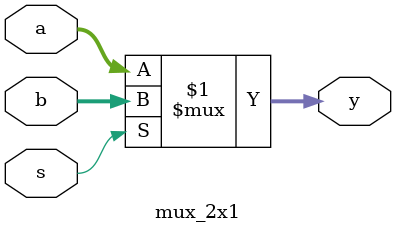
<source format=v>
`timescale 1ns / 1ps


module mux_2x1(a,b,s,y);
input [3:0]a,b;
input s;
output [3:0]y;

assign y = s ? b:a;

endmodule

</source>
